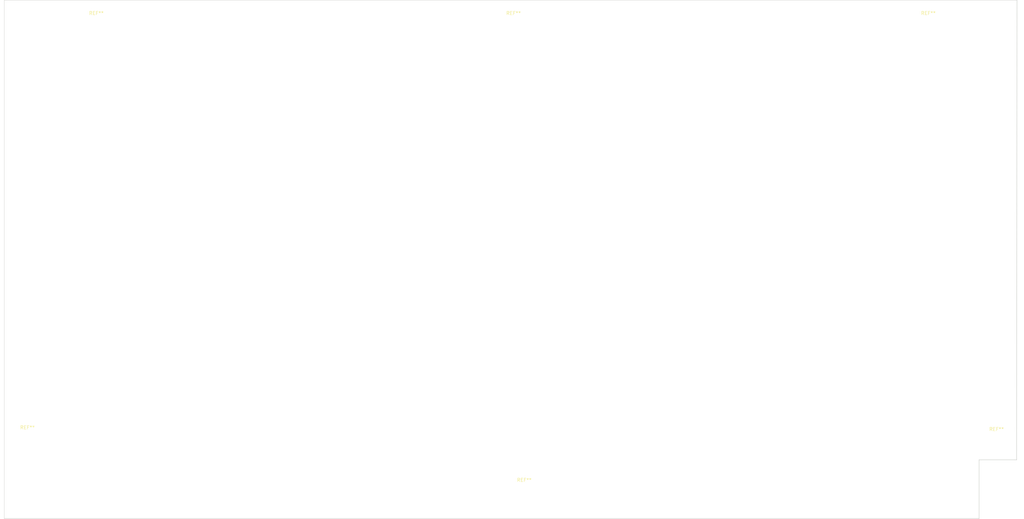
<source format=kicad_pcb>
(kicad_pcb (version 20221018) (generator pcbnew)
  (layers (0 "F.Cu" signal) (31 "B.Cu" signal) (36 "B.SilkS" user "B.Silkscreen") (37 "F.SilkS" user "F.Silkscreen") (38 "B.Mask" user) (39 "F.Mask" user) (44 "Edge.Cuts" user))
  (net 0 "")
  (footprint "MountingHole:MountingHole_3.7mm" (layer "F.Cu") (at 35.3129 165.5922)
    (fp_text reference "REF**" (at 0 -4.7) (layer "F.SilkS"))
    (fp_text value "MountingHole_3.7mm")
    (pad "" np_thru_hole circle (at 0 0) (size 3.7 3.7) (drill 3.7) (layers "*.Cu" "*.Mask"))
  )
  (footprint "MountingHole:MountingHole_3.7mm" (layer "F.Cu") (at 319.5129 166.0922)
    (fp_text reference "REF**" (at 0 -4.7) (layer "F.SilkS"))
    (fp_text value "MountingHole_3.7mm")
    (pad "" np_thru_hole circle (at 0 0) (size 3.7 3.7) (drill 3.7) (layers "*.Cu" "*.Mask"))
  )
  (footprint "MountingHole:MountingHole_3.7mm" (layer "F.Cu") (at 181.0129 180.9922)
    (fp_text reference "REF**" (at 0 -4.7) (layer "F.SilkS"))
    (fp_text value "MountingHole_3.7mm")
    (pad "" np_thru_hole circle (at 0 0) (size 3.7 3.7) (drill 3.7) (layers "*.Cu" "*.Mask"))
  )
  (footprint "MountingHole:MountingHole_3.7mm" (layer "F.Cu") (at 299.5129 44.0922)
    (fp_text reference "REF**" (at 0 -4.7) (layer "F.SilkS"))
    (fp_text value "MountingHole_3.7mm")
    (pad "" np_thru_hole circle (at 0 0) (size 3.7 3.7) (drill 3.7) (layers "*.Cu" "*.Mask"))
  )
  (footprint "MountingHole:MountingHole_3.7mm" (layer "F.Cu") (at 55.5129 44.0922)
    (fp_text reference "REF**" (at 0 -4.7) (layer "F.SilkS"))
    (fp_text value "MountingHole_3.7mm")
    (pad "" np_thru_hole circle (at 0 0) (size 3.7 3.7) (drill 3.7) (layers "*.Cu" "*.Mask"))
  )
  (footprint "MountingHole:MountingHole_3.7mm" (layer "F.Cu") (at 177.8629 44.0922)
    (fp_text reference "REF**" (at 0 -4.7) (layer "F.SilkS"))
    (fp_text value "MountingHole_3.7mm")
    (pad "" np_thru_hole circle (at 0 0) (size 3.7 3.7) (drill 3.7) (layers "*.Cu" "*.Mask"))
  )
  (gr_line (start 325.5129 35.5922) (end 325.3919 170.3757) (stroke (width 0.15)) (layer "Edge.Cuts"))
  (gr_line (start 314.3919 170.3757) (end 325.3919 170.3757) (stroke (width 0.15)) (layer "Edge.Cuts"))
  (gr_line (start 28.5129 187.5922) (end 28.5129 35.5922) (stroke (width 0.1)) (layer "Edge.Cuts"))
  (gr_line (start 314.3919 187.5922) (end 28.5129 187.5922) (stroke (width 0.15)) (layer "Edge.Cuts"))
  (gr_line (start 28.5129 35.5922) (end 325.5129 35.5922) (stroke (width 0.1)) (layer "Edge.Cuts"))
  (gr_line (start 314.3919 187.5922) (end 314.3919 170.3757) (stroke (width 0.15)) (layer "Edge.Cuts"))
)
</source>
